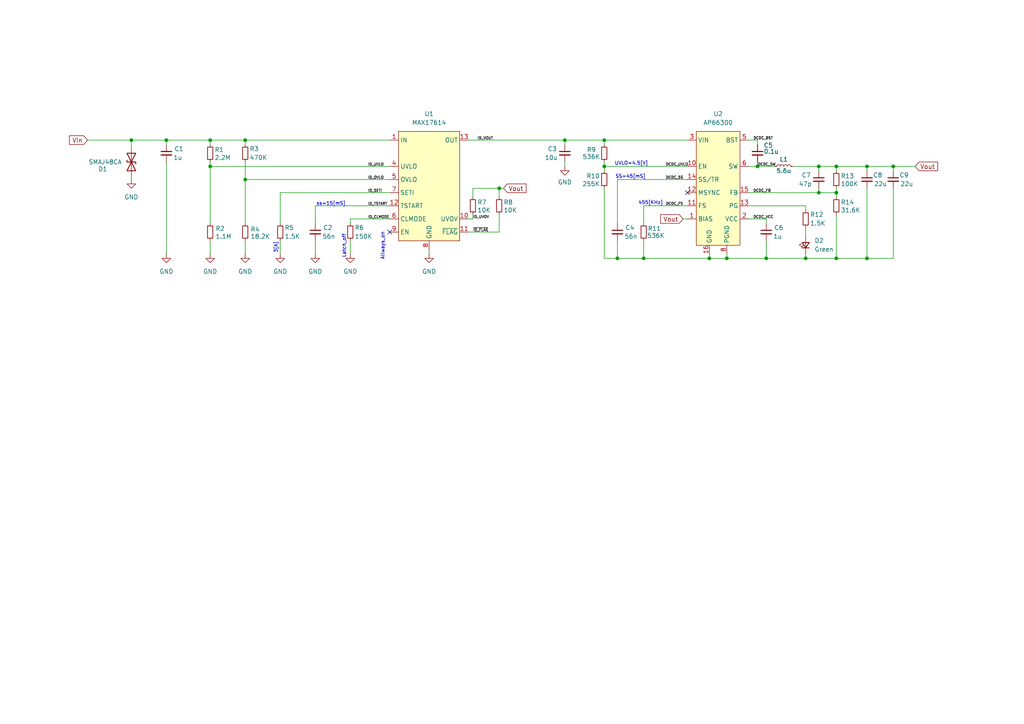
<source format=kicad_sch>
(kicad_sch (version 20231120) (generator "eeschema") (generator_version "8.0")
  (paper "A4")
  (lib_symbols
    (symbol "310_smps_buck:AP66300"
      (property "Reference" "U" (at 0 21.59 0))
      (property "Value" "AP66300" (at 0 19.05 0))
      (symbol "AP66300_1_1"
        (rectangle (start -6.35 17.78) (end 6.35 -15.24) (fill (type background)))
        (pin input line (at -8.89 -7.62 0) (length 2.54) (name "BIAS") (number "1"))
        (pin input line (at -8.89 7.62 0) (length 2.54) (name "EN") (number "10"))
        (pin input line (at -8.89 -3.81 0) (length 2.54) (name "FS") (number "11"))
        (pin input line (at -8.89 0 0) (length 2.54) (name "MSYNC") (number "12"))
        (pin output line (at 8.89 -3.81 180) (length 2.54) (name "PG") (number "13"))
        (pin input line (at -8.89 3.81 0) (length 2.54) (name "SS/TR") (number "14"))
        (pin input line (at 8.89 0 180) (length 2.54) (name "FB") (number "15"))
        (pin power_in line (at -2.54 -17.78 90) (length 2.54) (name "GND") (number "16"))
        (pin power_out line (at 8.89 -7.62 180) (length 2.54) (name "VCC") (number "2"))
        (pin power_in line (at -8.89 15.24 0) (length 2.54) (name "VIN") (number "3"))
        (pin power_in line (at -8.89 15.24 0) (length 2.54) hide (name "VIN") (number "4"))
        (pin power_in line (at 8.89 15.24 180) (length 2.54) (name "BST") (number "5"))
        (pin power_out line (at 8.89 7.62 180) (length 2.54) (name "SW") (number "6"))
        (pin power_out line (at 8.89 7.62 180) (length 2.54) hide (name "SW") (number "7"))
        (pin power_in line (at 2.54 -17.78 90) (length 2.54) (name "PGND") (number "8"))
        (pin power_in line (at 2.54 -17.78 90) (length 2.54) hide (name "PGND") (number "9"))
      )
    )
    (symbol "380_power_protection_ideal_diode:MAX17614"
      (property "Reference" "U" (at 0 18.542 0))
      (property "Value" "MAX17614" (at 0.254 15.24 0))
      (symbol "MAX17614_1_1"
        (rectangle (start -8.89 13.97) (end 8.89 -17.78) (fill (type background)))
        (pin power_in line (at -11.43 11.43 0) (length 2.54) (name "IN") (number "1"))
        (pin output line (at 11.43 -11.43 180) (length 2.54) (name "UVOV") (number "10"))
        (pin output line (at 11.43 -15.24 180) (length 2.54) (name "~{FLAG}") (number "11"))
        (pin input line (at -11.43 -7.62 0) (length 2.54) (name "TSTART") (number "12"))
        (pin power_out line (at 11.43 11.43 180) (length 2.54) (name "OUT") (number "13"))
        (pin power_out line (at 11.43 11.43 180) (length 2.54) hide (name "OUT") (number "14"))
        (pin power_out line (at 11.43 11.43 180) (length 2.54) hide (name "OUT") (number "15"))
        (pin no_connect line (at 6.35 -17.78 0) (length 2.54) hide (name "N.C") (number "16"))
        (pin no_connect line (at 6.35 -17.78 0) (length 2.54) hide (name "N.C") (number "17"))
        (pin no_connect line (at 6.35 -17.78 0) (length 2.54) hide (name "N.C") (number "18"))
        (pin no_connect line (at 6.35 -17.78 0) (length 2.54) hide (name "N.C") (number "19"))
        (pin power_in line (at -11.43 11.43 0) (length 2.54) hide (name "IN") (number "2"))
        (pin no_connect line (at 6.35 -17.78 0) (length 2.54) hide (name "N.C") (number "20"))
        (pin power_in line (at 0 -20.32 90) (length 2.54) hide (name "GND") (number "21"))
        (pin power_in line (at -11.43 11.43 0) (length 2.54) hide (name "IN") (number "3"))
        (pin input line (at -11.43 3.81 0) (length 2.54) (name "UVLO") (number "4"))
        (pin input line (at -11.43 0 0) (length 2.54) (name "OVLO") (number "5"))
        (pin input line (at -11.43 -11.43 0) (length 2.54) (name "CLMODE") (number "6"))
        (pin input line (at -11.43 -3.81 0) (length 2.54) (name "SETI") (number "7"))
        (pin power_in line (at 0 -20.32 90) (length 2.54) (name "GND") (number "8"))
        (pin input line (at -11.43 -15.24 0) (length 2.54) (name "EN") (number "9"))
      )
    )
    (symbol "Device:C_Small" (pin_numbers hide) (pin_names (offset 0.254) hide)
      (property "Reference" "C" (at 0.254 1.778 0))
      (property "Value" "C_Small" (at 0.254 -2.032 0))
      (symbol "C_Small_0_1"
        (polyline (pts (xy -1.524 -0.508) (xy 1.524 -0.508)) (stroke (width 0.3302)))
        (polyline (pts (xy -1.524 0.508) (xy 1.524 0.508)) (stroke (width 0.3048)))
      )
      (symbol "C_Small_1_1"
        (pin passive line (at 0 2.54 270) (length 2.032) (name "~") (number "1"))
        (pin passive line (at 0 -2.54 90) (length 2.032) (name "~") (number "2"))
      )
    )
    (symbol "Device:D_TVS" (pin_numbers hide) (pin_names (offset 1.016) hide)
      (property "Reference" "D" (at 0 2.54 0))
      (property "Value" "D_TVS" (at 0 -2.54 0))
      (symbol "D_TVS_0_1"
        (polyline (pts (xy 1.27 0) (xy -1.27 0)))
        (polyline (pts (xy 0.508 1.27) (xy 0 1.27) (xy 0 -1.27) (xy -0.508 -1.27)) (stroke (width 0.254)))
        (polyline (pts (xy -2.54 1.27) (xy -2.54 -1.27) (xy 2.54 1.27) (xy 2.54 -1.27) (xy -2.54 1.27)) (stroke (width 0.254)))
      )
      (symbol "D_TVS_1_1"
        (pin passive line (at -3.81 0 0) (length 2.54) (name "A1") (number "1"))
        (pin passive line (at 3.81 0 180) (length 2.54) (name "A2") (number "2"))
      )
    )
    (symbol "Device:LED_Small" (pin_numbers hide) (pin_names (offset 0.254) hide)
      (property "Reference" "D" (at -1.27 3.175 0))
      (property "Value" "LED_Small" (at -4.445 -2.54 0))
      (symbol "LED_Small_0_1"
        (polyline (pts (xy -0.762 -1.016) (xy -0.762 1.016)) (stroke (width 0.254)))
        (polyline (pts (xy 1.016 0) (xy -0.762 0)))
        (polyline (pts (xy 0.762 -1.016) (xy -0.762 0) (xy 0.762 1.016) (xy 0.762 -1.016)) (stroke (width 0.254)))
        (polyline (pts (xy 0 0.762) (xy -0.508 1.27) (xy -0.254 1.27) (xy -0.508 1.27) (xy -0.508 1.016)))
        (polyline (pts (xy 0.508 1.27) (xy 0 1.778) (xy 0.254 1.778) (xy 0 1.778) (xy 0 1.524)))
      )
      (symbol "LED_Small_1_1"
        (pin passive line (at -2.54 0 0) (length 1.778) (name "K") (number "1"))
        (pin passive line (at 2.54 0 180) (length 1.778) (name "A") (number "2"))
      )
    )
    (symbol "Device:L_Small" (pin_numbers hide) (pin_names (offset 0.254) hide)
      (property "Reference" "L" (at 0.762 1.016 0))
      (property "Value" "L_Small" (at 0.762 -1.016 0))
      (symbol "L_Small_0_1"
        (arc (start 0 -2.032) (mid 0.5058 -1.524) (end 0 -1.016))
        (arc (start 0 -1.016) (mid 0.5058 -0.508) (end 0 0))
        (arc (start 0 0) (mid 0.5058 0.508) (end 0 1.016))
        (arc (start 0 1.016) (mid 0.5058 1.524) (end 0 2.032))
      )
      (symbol "L_Small_1_1"
        (pin passive line (at 0 2.54 270) (length 0.508) (name "~") (number "1"))
        (pin passive line (at 0 -2.54 90) (length 0.508) (name "~") (number "2"))
      )
    )
    (symbol "Device:R_Small" (pin_numbers hide) (pin_names (offset 0.254) hide)
      (property "Reference" "R" (at 0.762 0.508 0))
      (property "Value" "R_Small" (at 0.762 -1.016 0))
      (symbol "R_Small_0_1"
        (rectangle (start -0.762 1.778) (end 0.762 -1.778) (stroke (width 0.2032)))
      )
      (symbol "R_Small_1_1"
        (pin passive line (at 0 2.54 270) (length 0.762) (name "~") (number "1"))
        (pin passive line (at 0 -2.54 90) (length 0.762) (name "~") (number "2"))
      )
    )
    (symbol "power:GND" (power) (pin_numbers hide) (pin_names (offset 0) hide)
      (property "Value" "GND" (at 0 -3.81 0))
      (symbol "GND_0_1"
        (polyline (pts (xy 0 0) (xy 0 -1.27) (xy 1.27 -1.27) (xy 0 -2.54) (xy -1.27 -1.27) (xy 0 -1.27)))
      )
      (symbol "GND_1_1"
        (pin power_in line (at 0 0 270) (length 0) (name "~") (number "1"))
      )
    )
  )
  (junction (at 242.57 55.88))
  (junction (at 179.07 74.93))
  (junction (at 186.69 74.93))
  (junction (at 48.26 40.64))
  (junction (at 210.82 74.93))
  (junction (at 175.26 40.64))
  (junction (at 144.78 54.61))
  (junction (at 251.46 48.26))
  (junction (at 259.08 48.26))
  (junction (at 71.12 52.07))
  (junction (at 242.57 48.26))
  (junction (at 251.46 74.93))
  (junction (at 60.96 48.26))
  (junction (at 38.1 40.64))
  (junction (at 237.49 48.26))
  (junction (at 237.49 55.88))
  (junction (at 71.12 40.64))
  (junction (at 233.68 74.93))
  (junction (at 242.57 74.93))
  (junction (at 175.26 48.26))
  (junction (at 222.25 74.93))
  (junction (at 205.74 74.93))
  (junction (at 60.96 40.64))
  (junction (at 163.83 40.64))
  (junction (at 219.71 48.26))
  (no_connect (at 113.03 67.31))
  (no_connect (at 199.39 55.88))
  (wire (pts (xy 71.12 52.07) (xy 71.12 64.77)))
  (wire (pts (xy 186.69 59.69) (xy 199.39 59.69)))
  (wire (pts (xy 175.26 46.99) (xy 175.26 48.26)))
  (wire (pts (xy 251.46 74.93) (xy 242.57 74.93)))
  (wire (pts (xy 101.6 63.5) (xy 101.6 64.77)))
  (wire (pts (xy 237.49 55.88) (xy 237.49 54.61)))
  (wire (pts (xy 237.49 48.26) (xy 237.49 49.53)))
  (wire (pts (xy 217.17 59.69) (xy 233.68 59.69)))
  (wire (pts (xy 48.26 40.64) (xy 48.26 41.91)))
  (wire (pts (xy 175.26 74.93) (xy 179.07 74.93)))
  (wire (pts (xy 137.16 57.15) (xy 137.16 54.61)))
  (wire (pts (xy 124.46 72.39) (xy 124.46 73.66)))
  (wire (pts (xy 251.46 74.93) (xy 259.08 74.93)))
  (wire (pts (xy 48.26 40.64) (xy 60.96 40.64)))
  (wire (pts (xy 186.69 69.85) (xy 186.69 74.93)))
  (wire (pts (xy 198.12 63.5) (xy 199.39 63.5)))
  (wire (pts (xy 217.17 63.5) (xy 222.25 63.5)))
  (wire (pts (xy 81.28 55.88) (xy 81.28 64.77)))
  (wire (pts (xy 259.08 54.61) (xy 259.08 74.93)))
  (wire (pts (xy 259.08 48.26) (xy 265.43 48.26)))
  (wire (pts (xy 222.25 74.93) (xy 222.25 69.85)))
  (wire (pts (xy 229.87 48.26) (xy 237.49 48.26)))
  (wire (pts (xy 91.44 59.69) (xy 91.44 64.77)))
  (wire (pts (xy 60.96 40.64) (xy 60.96 41.91)))
  (wire (pts (xy 179.07 52.07) (xy 199.39 52.07)))
  (wire (pts (xy 179.07 69.85) (xy 179.07 74.93)))
  (wire (pts (xy 144.78 54.61) (xy 146.05 54.61)))
  (wire (pts (xy 163.83 40.64) (xy 175.26 40.64)))
  (wire (pts (xy 163.83 40.64) (xy 163.83 41.91)))
  (wire (pts (xy 60.96 69.85) (xy 60.96 73.66)))
  (wire (pts (xy 179.07 74.93) (xy 186.69 74.93)))
  (wire (pts (xy 81.28 55.88) (xy 113.03 55.88)))
  (wire (pts (xy 219.71 48.26) (xy 224.79 48.26)))
  (wire (pts (xy 219.71 46.99) (xy 219.71 48.26)))
  (wire (pts (xy 175.26 49.53) (xy 175.26 48.26)))
  (wire (pts (xy 144.78 67.31) (xy 144.78 62.23)))
  (wire (pts (xy 233.68 59.69) (xy 233.68 60.96)))
  (wire (pts (xy 101.6 63.5) (xy 113.03 63.5)))
  (wire (pts (xy 237.49 55.88) (xy 242.57 55.88)))
  (wire (pts (xy 137.16 63.5) (xy 137.16 62.23)))
  (wire (pts (xy 175.26 48.26) (xy 199.39 48.26)))
  (wire (pts (xy 137.16 54.61) (xy 144.78 54.61)))
  (wire (pts (xy 38.1 40.64) (xy 38.1 43.18)))
  (wire (pts (xy 60.96 48.26) (xy 113.03 48.26)))
  (wire (pts (xy 71.12 46.99) (xy 71.12 52.07)))
  (wire (pts (xy 175.26 40.64) (xy 199.39 40.64)))
  (wire (pts (xy 233.68 66.04) (xy 233.68 68.58)))
  (wire (pts (xy 259.08 48.26) (xy 259.08 49.53)))
  (wire (pts (xy 251.46 48.26) (xy 259.08 48.26)))
  (wire (pts (xy 222.25 63.5) (xy 222.25 64.77)))
  (wire (pts (xy 71.12 40.64) (xy 71.12 41.91)))
  (wire (pts (xy 71.12 40.64) (xy 113.03 40.64)))
  (wire (pts (xy 91.44 59.69) (xy 113.03 59.69)))
  (wire (pts (xy 186.69 74.93) (xy 205.74 74.93)))
  (wire (pts (xy 135.89 63.5) (xy 137.16 63.5)))
  (wire (pts (xy 179.07 52.07) (xy 179.07 64.77)))
  (wire (pts (xy 48.26 46.99) (xy 48.26 73.66)))
  (wire (pts (xy 205.74 73.66) (xy 205.74 74.93)))
  (wire (pts (xy 101.6 69.85) (xy 101.6 73.66)))
  (wire (pts (xy 251.46 54.61) (xy 251.46 74.93)))
  (wire (pts (xy 175.26 54.61) (xy 175.26 74.93)))
  (wire (pts (xy 175.26 40.64) (xy 175.26 41.91)))
  (wire (pts (xy 38.1 40.64) (xy 48.26 40.64)))
  (wire (pts (xy 237.49 48.26) (xy 242.57 48.26)))
  (wire (pts (xy 71.12 69.85) (xy 71.12 73.66)))
  (wire (pts (xy 205.74 74.93) (xy 210.82 74.93)))
  (wire (pts (xy 71.12 52.07) (xy 113.03 52.07)))
  (wire (pts (xy 38.1 50.8) (xy 38.1 52.07)))
  (wire (pts (xy 135.89 67.31) (xy 144.78 67.31)))
  (wire (pts (xy 60.96 46.99) (xy 60.96 48.26)))
  (wire (pts (xy 186.69 59.69) (xy 186.69 64.77)))
  (wire (pts (xy 219.71 40.64) (xy 219.71 41.91)))
  (wire (pts (xy 217.17 55.88) (xy 237.49 55.88)))
  (wire (pts (xy 91.44 69.85) (xy 91.44 73.66)))
  (wire (pts (xy 242.57 62.23) (xy 242.57 74.93)))
  (wire (pts (xy 71.12 40.64) (xy 60.96 40.64)))
  (wire (pts (xy 251.46 48.26) (xy 251.46 49.53)))
  (wire (pts (xy 81.28 69.85) (xy 81.28 73.66)))
  (wire (pts (xy 242.57 55.88) (xy 242.57 57.15)))
  (wire (pts (xy 210.82 73.66) (xy 210.82 74.93)))
  (wire (pts (xy 242.57 74.93) (xy 233.68 74.93)))
  (wire (pts (xy 144.78 54.61) (xy 144.78 57.15)))
  (wire (pts (xy 135.89 40.64) (xy 163.83 40.64)))
  (wire (pts (xy 163.83 46.99) (xy 163.83 48.26)))
  (wire (pts (xy 233.68 74.93) (xy 222.25 74.93)))
  (wire (pts (xy 242.57 55.88) (xy 242.57 54.61)))
  (wire (pts (xy 233.68 73.66) (xy 233.68 74.93)))
  (wire (pts (xy 210.82 74.93) (xy 222.25 74.93)))
  (wire (pts (xy 242.57 48.26) (xy 242.57 49.53)))
  (wire (pts (xy 25.4 40.64) (xy 38.1 40.64)))
  (wire (pts (xy 217.17 40.64) (xy 219.71 40.64)))
  (wire (pts (xy 60.96 48.26) (xy 60.96 64.77)))
  (wire (pts (xy 217.17 48.26) (xy 219.71 48.26)))
  (wire (pts (xy 242.57 48.26) (xy 251.46 48.26)))
  (text "Latch_off" (at 99.822 71.374 90) (effects (font (size 1 1))))
  (text "ss=15[mS]" (at 96.012 59.182 0) (effects (font (size 1 1))))
  (text "455[KHz]" (at 188.722 58.928 0) (effects (font (size 1 1))))
  (text "SS=45[mS]" (at 182.88 51.308 0) (effects (font (size 1 1))))
  (text "Allways_on" (at 110.998 71.374 90) (effects (font (size 1 1))))
  (text "UVLO=4.5[V]" (at 183.134 47.498 0) (effects (font (size 1 1))))
  (text "3[A]" (at 80.01 71.882 90) (effects (font (size 1 1))))
  (label "DCDC_SS" (at 193.04 52.07 0) (effects (font (size 0.75 0.75))))
  (label "ID_UVOV" (at 137.16 63.5 0) (effects (font (size 0.75 0.75))))
  (label "~{ID_FLAG}" (at 137.16 67.31 0) (effects (font (size 0.75 0.75))))
  (label "DCDC_UVLO" (at 193.04 48.26 0) (effects (font (size 0.75 0.75))))
  (label "ID_VOUT" (at 138.43 40.64 0) (effects (font (size 0.75 0.75))))
  (label "DCDC_FB" (at 218.44 55.88 0) (effects (font (size 0.75 0.75))))
  (label "DCDC_VCC" (at 218.44 63.5 0) (effects (font (size 0.75 0.75))))
  (label "ID_OVLO" (at 106.68 52.07 0) (effects (font (size 0.75 0.75))))
  (label "DCDC_BST" (at 218.44 40.64 0) (effects (font (size 0.75 0.75))))
  (label "ID_UVLO" (at 106.68 48.26 0) (effects (font (size 0.75 0.75))))
  (label "DCDC_SW" (at 219.71 48.26 0) (effects (font (size 0.75 0.75))))
  (label "ID_CLMODE" (at 106.68 63.5 0) (effects (font (size 0.75 0.75))))
  (label "ID_SETI" (at 106.68 55.88 0) (effects (font (size 0.75 0.75))))
  (label "ID_TSTART" (at 106.68 59.69 0) (effects (font (size 0.75 0.75))))
  (label "DCDC_FS" (at 193.04 59.69 0) (effects (font (size 0.75 0.75))))
  (global_label "Vout" (shape input) (at 265.43 48.26 0) (property "Intersheetrefs" "${INTERSHEET_REFS}" (effects (hide yes))))
  (global_label "Vout" (shape input) (at 146.05 54.61 0) (property "Intersheetrefs" "${INTERSHEET_REFS}" (effects (hide yes))))
  (global_label "Vout" (shape input) (at 198.12 63.5 180) (property "Intersheetrefs" "${INTERSHEET_REFS}" (effects (hide yes))))
  (global_label "Vin" (shape input) (at 25.4 40.64 180) (property "Intersheetrefs" "${INTERSHEET_REFS}" (effects (hide yes))))
  (symbol (lib_id "Device:D_TVS") (at 38.1 46.99 90) (unit 1)
    (property "Reference" "D1" (at 28.448 49.022 90) (effects (justify right)))
    (property "Value" "SMAJ48CA" (at 25.654 46.99 90) (effects (justify right)))
    (property "Footprint" "Diode_SMD:D_SMA" (effects (hide yes)))
    (property "Datasheet" "https://www.diodes.com/assets/Datasheets/SMAJ5.0CA-SMAJ200CA.pdf" (effects (hide yes)))
    (property "Description" "Bidirectional transient-voltage-suppression diode" (effects (hide yes)))
    (property "Man" "Diodes" (effects (hide yes)))
    (property "Man_No" "SMAJ48CA-13-F " (effects (hide yes)))
    (property "Disti" "Mouser" (effects (hide yes)))
    (property "Disti_No" "621-SMAJ48CA-13-F" (effects (hide yes)))
  )
  (symbol (lib_id "Device:C_Small") (at 219.71 44.45 0) (unit 1)
    (property "Reference" "C5" (at 221.488 42.164 0) (effects (justify left)))
    (property "Value" "0.1u" (at 221.488 43.942 0) (effects (justify left)))
    (property "Footprint" "Capacitor_SMD:C_0603_1608Metric" (effects (hide yes)))
    (property "Description" "Unpolarized capacitor, small symbol" (effects (hide yes)))
    (property "Man" "Kyocera" (effects (hide yes)))
    (property "Man_No" "KAM15BR72A104KT " (effects (hide yes)))
    (property "Disti" "Mouser" (effects (hide yes)))
    (property "Disti_No" "KAM15BR72A104KT " (effects (hide yes)))
  )
  (symbol (lib_id "Device:R_Small") (at 242.57 52.07 0) (unit 1)
    (property "Reference" "R13" (at 243.84 51.054 0) (effects (justify left)))
    (property "Value" "100K" (at 243.84 53.34 0) (effects (justify left)))
    (property "Footprint" "Resistor_SMD:R_0603_1608Metric" (effects (hide yes)))
    (property "Description" "Resistor, small symbol" (effects (hide yes)))
    (property "Man" "Panasonic" (effects (hide yes)))
    (property "Man_No" "ERJ-3EKF1003V" (effects (hide yes)))
    (property "Disti" "Mouser" (effects (hide yes)))
    (property "Disti_No" "667-ERJ-3EKF1003V" (effects (hide yes)))
  )
  (symbol (lib_id "Device:C_Small") (at 48.26 44.45 0) (unit 1)
    (property "Reference" "C1" (at 50.546 43.18 0) (effects (justify left)))
    (property "Value" "1u" (at 50.292 45.72 0) (effects (justify left)))
    (property "Footprint" "Capacitor_SMD:C_0603_1608Metric" (effects (hide yes)))
    (property "Description" "Unpolarized capacitor, small symbol" (effects (hide yes)))
    (property "Man" "Murata " (effects (hide yes)))
    (property "Man_No" "GRM188D72A105KE01J" (effects (hide yes)))
    (property "Disti" "Mouser" (effects (hide yes)))
    (property "Disti_No" "81-GRM188D72A105KE1J" (effects (hide yes)))
  )
  (symbol (lib_id "Device:R_Small") (at 60.96 67.31 0) (unit 1)
    (property "Reference" "R2" (at 62.484 66.294 0) (effects (justify left)))
    (property "Value" "1.1M" (at 62.484 68.58 0) (effects (justify left)))
    (property "Footprint" "Resistor_SMD:R_0603_1608Metric" (effects (hide yes)))
    (property "Description" "Resistor, small symbol" (effects (hide yes)))
    (property "Man" "Panasonic" (effects (hide yes)))
    (property "Man_No" "ERJ-PA3J115V" (effects (hide yes)))
    (property "Disti" "Mouser" (effects (hide yes)))
    (property "Disti_No" "667-ERJ-PA3J115V" (effects (hide yes)))
  )
  (symbol (lib_id "Device:C_Small") (at 91.44 67.31 0) (unit 1)
    (property "Reference" "C2" (at 93.726 66.04 0) (effects (justify left)))
    (property "Value" "56n" (at 93.472 68.58 0) (effects (justify left)))
    (property "Footprint" "Capacitor_SMD:C_0603_1608Metric" (effects (hide yes)))
    (property "Description" "Unpolarized capacitor, small symbol" (effects (hide yes)))
    (property "Man" "Yageo" (effects (hide yes)))
    (property "Man_No" "CC0603JX7R0BB563" (effects (hide yes)))
    (property "Disti" "Mouser" (effects (hide yes)))
    (property "Disti_No" "603-CC0603JX7R0BB563" (effects (hide yes)))
  )
  (symbol (lib_id "310_smps_buck:AP66300") (at 208.28 55.88 0) (unit 1)
    (property "Reference" "U2" (at 208.28 33.02 0))
    (property "Value" "AP66300" (at 208.28 35.56 0))
    (property "Footprint" "Package_DFN_QFN:UQFN-16-1EP_4x4mm_P0.65mm_EP2.6x2.6mm" (effects (hide yes)))
    (property "Datasheet" "https://www.diodes.com/assets/Datasheets/AP66300.pdf" (effects (hide yes)))
    (property "Description" "3.8V TO 60V INPUT, 3A LOW IQ SYNCHRONOUS BUCK CONVERTER" (effects (hide yes)))
    (property "Man" "Diodes" (effects (hide yes)))
    (property "Man_No" "3.8V TO 60V INPUT, 3A LOW IQ SYNCHRONOUS BUCK CONVERTER" (effects (hide yes)))
  )
  (symbol (lib_id "Device:R_Small") (at 175.26 44.45 0) (mirror x) (unit 1)
    (property "Reference" "R9" (at 170.18 43.434 0) (effects (justify left)))
    (property "Value" "536K" (at 168.91 45.466 0) (effects (justify left)))
    (property "Footprint" "Resistor_SMD:R_0603_1608Metric" (effects (hide yes)))
    (property "Description" "Resistor, small symbol" (effects (hide yes)))
    (property "Man" "Panasonic" (effects (hide yes)))
    (property "Man_No" "ERJ-3EKF2553V" (effects (hide yes)))
    (property "Disti" "Mouser" (effects (hide yes)))
    (property "Disti_No" "667-ERJ-3EKF5363V" (effects (hide yes)))
  )
  (symbol (lib_id "Device:R_Small") (at 233.68 63.5 0) (unit 1)
    (property "Reference" "R12" (at 234.95 62.23 0) (effects (justify left)))
    (property "Value" "1.5K" (at 234.95 64.77 0) (effects (justify left)))
    (property "Footprint" "Resistor_SMD:R_0603_1608Metric" (effects (hide yes)))
    (property "Description" "Resistor, small symbol" (effects (hide yes)))
    (property "Man" "Panasonic" (effects (hide yes)))
    (property "Man_No" "ERJ-3EKF1501V" (effects (hide yes)))
    (property "Disti" "Mouser" (effects (hide yes)))
    (property "Disti_No" "667-ERJ-3EKF1501V" (effects (hide yes)))
  )
  (symbol (lib_id "Device:C_Small") (at 163.83 44.45 0) (mirror y) (unit 1)
    (property "Reference" "C3" (at 161.544 43.18 0) (effects (justify left)))
    (property "Value" "10u" (at 161.798 45.72 0) (effects (justify left)))
    (property "Footprint" "Capacitor_SMD:C_1210_3225Metric" (effects (hide yes)))
    (property "Description" "Unpolarized capacitor, small symbol" (effects (hide yes)))
    (property "Man" "Murata " (effects (hide yes)))
    (property "Man_No" "GRM32EC72A106ME5L" (effects (hide yes)))
    (property "Disti" "Mouser" (effects (hide yes)))
    (property "Disti_No" "81-GRM32EC72A106ME5L" (effects (hide yes)))
  )
  (symbol (lib_id "power:GND") (at 48.26 73.66 0) (unit 1)
    (property "Reference" "#PWR02" (effects (hide yes)))
    (property "Value" "GND" (at 48.26 78.74 0))
    (property "Description" "Power symbol creates a global label with name \"GND\" , ground" (effects (hide yes)))
  )
  (symbol (lib_id "power:GND") (at 101.6 73.66 0) (unit 1)
    (property "Reference" "#PWR07" (effects (hide yes)))
    (property "Value" "GND" (at 101.6 78.74 0))
    (property "Description" "Power symbol creates a global label with name \"GND\" , ground" (effects (hide yes)))
  )
  (symbol (lib_id "Device:LED_Small") (at 233.68 71.12 90) (unit 1)
    (property "Reference" "D2" (at 236.22 69.7864 90) (effects (justify right)))
    (property "Value" "Green" (at 236.22 72.3264 90) (effects (justify right)))
    (property "Footprint" "LED_SMD:LED_0603_1608Metric" (effects (hide yes)))
    (property "Description" "Light emitting diode, small symbol" (effects (hide yes)))
    (property "Man" "Osram" (effects (hide yes)))
    (property "Man_No" "LT Q39G-Q1OO-25-1" (effects (hide yes)))
    (property "Disti" "Mouser" (effects (hide yes)))
    (property "Disti_No" "720-LTQ39GQ1S22515" (effects (hide yes)))
  )
  (symbol (lib_id "Device:R_Small") (at 60.96 44.45 0) (unit 1)
    (property "Reference" "R1" (at 62.23 43.434 0) (effects (justify left)))
    (property "Value" "2.2M" (at 62.23 45.72 0) (effects (justify left)))
    (property "Footprint" "Resistor_SMD:R_0603_1608Metric" (effects (hide yes)))
    (property "Description" "Resistor, small symbol" (effects (hide yes)))
    (property "Man" "Panasonic" (effects (hide yes)))
    (property "Man_No" "ERJ-U03J225V" (effects (hide yes)))
    (property "Disti" "Mouser" (effects (hide yes)))
    (property "Disti_No" "667-ERJ-U03J225V" (effects (hide yes)))
  )
  (symbol (lib_id "Device:C_Small") (at 259.08 52.07 0) (unit 1)
    (property "Reference" "C9" (at 260.858 50.8 0) (effects (justify left)))
    (property "Value" "22u" (at 261.112 53.34 0) (effects (justify left)))
    (property "Footprint" "Capacitor_SMD:C_0603_1608Metric" (effects (hide yes)))
    (property "Description" "Unpolarized capacitor, small symbol" (effects (hide yes)))
    (property "Man" "Murata" (effects (hide yes)))
    (property "Man_No" "GRM21BR61E226ME44K" (effects (hide yes)))
    (property "Disti" "Mouser" (effects (hide yes)))
    (property "Disti_No" "81-GRM21BR61E226ME44K" (effects (hide yes)))
  )
  (symbol (lib_id "power:GND") (at 71.12 73.66 0) (unit 1)
    (property "Reference" "#PWR04" (effects (hide yes)))
    (property "Value" "GND" (at 71.12 78.74 0))
    (property "Description" "Power symbol creates a global label with name \"GND\" , ground" (effects (hide yes)))
  )
  (symbol (lib_id "Device:R_Small") (at 186.69 67.31 0) (mirror y) (unit 1)
    (property "Reference" "R11" (at 191.77 66.294 0) (effects (justify left)))
    (property "Value" "536K" (at 192.786 68.326 0) (effects (justify left)))
    (property "Footprint" "Resistor_SMD:R_0603_1608Metric" (effects (hide yes)))
    (property "Description" "Resistor, small symbol" (effects (hide yes)))
    (property "Man" "Panasonic" (effects (hide yes)))
    (property "Man_No" "ERJ-3EKF5363V" (effects (hide yes)))
    (property "Disti" "Mouser" (effects (hide yes)))
    (property "Disti_No" "667-ERJ-3EKF5363V" (effects (hide yes)))
  )
  (symbol (lib_id "Device:R_Small") (at 144.78 59.69 0) (unit 1)
    (property "Reference" "R8" (at 146.05 58.674 0) (effects (justify left)))
    (property "Value" "10K" (at 146.05 60.96 0) (effects (justify left)))
    (property "Footprint" "Resistor_SMD:R_0603_1608Metric" (effects (hide yes)))
    (property "Description" "Resistor, small symbol" (effects (hide yes)))
    (property "Man" "Panasonic" (effects (hide yes)))
    (property "Man_No" "ERJ-3EKF1002V" (effects (hide yes)))
    (property "Disti" "Mouser" (effects (hide yes)))
    (property "Disti_No" "667-ERJ-3EKF1002V" (effects (hide yes)))
  )
  (symbol (lib_id "Device:C_Small") (at 179.07 67.31 0) (unit 1)
    (property "Reference" "C4" (at 181.356 66.04 0) (effects (justify left)))
    (property "Value" "56n" (at 181.102 68.58 0) (effects (justify left)))
    (property "Footprint" "Capacitor_SMD:C_0603_1608Metric" (effects (hide yes)))
    (property "Description" "Unpolarized capacitor, small symbol" (effects (hide yes)))
    (property "Man" "Yageo" (effects (hide yes)))
    (property "Man_No" "CC0603JX7R0BB563" (effects (hide yes)))
    (property "Disti" "Mouser" (effects (hide yes)))
    (property "Disti_No" "603-CC0603JX7R0BB563" (effects (hide yes)))
  )
  (symbol (lib_id "380_power_protection_ideal_diode:MAX17614") (at 124.46 52.07 0) (unit 1)
    (property "Reference" "U1" (at 124.46 33.02 0))
    (property "Value" "MAX17614" (at 124.46 35.56 0))
    (property "Footprint" "Package_DFN_QFN:TQFN-20-1EP_5x5mm_P0.65mm_EP3.25x3.25mm" (effects (hide yes)))
    (property "Datasheet" "https://www.analog.com/media/en/technical-documentation/data-sheets/max17614.pdf" (effects (hide yes)))
    (property "Description" "4.5V to 60V, 3A, Ideal Diode/Power Source Selector with Current Limit, UV, OV Protection" (effects (hide yes)))
    (property "Man" "ADI" (effects (hide yes)))
    (property "Man_No" "MAX17614" (effects (hide yes)))
    (property "Disti" "Mouser" (effects (hide yes)))
  )
  (symbol (lib_id "Device:R_Small") (at 81.28 67.31 0) (unit 1)
    (property "Reference" "R5" (at 82.55 66.04 0) (effects (justify left)))
    (property "Value" "1.5K" (at 82.55 68.58 0) (effects (justify left)))
    (property "Footprint" "Resistor_SMD:R_0603_1608Metric" (effects (hide yes)))
    (property "Description" "Resistor, small symbol" (effects (hide yes)))
    (property "Man" "Panasonic" (effects (hide yes)))
    (property "Man_No" "ERJ-3EKF1501V" (effects (hide yes)))
    (property "Disti" "Mouser" (effects (hide yes)))
    (property "Disti_No" "667-ERJ-3EKF1501V" (effects (hide yes)))
  )
  (symbol (lib_id "power:GND") (at 124.46 73.66 0) (unit 1)
    (property "Reference" "#PWR08" (effects (hide yes)))
    (property "Value" "GND" (at 124.46 78.74 0))
    (property "Description" "Power symbol creates a global label with name \"GND\" , ground" (effects (hide yes)))
  )
  (symbol (lib_id "power:GND") (at 163.83 48.26 0) (unit 1)
    (property "Reference" "#PWR09" (effects (hide yes)))
    (property "Value" "GND" (at 163.83 52.832 0))
    (property "Description" "Power symbol creates a global label with name \"GND\" , ground" (effects (hide yes)))
  )
  (symbol (lib_id "power:GND") (at 60.96 73.66 0) (unit 1)
    (property "Reference" "#PWR03" (effects (hide yes)))
    (property "Value" "GND" (at 60.96 78.74 0))
    (property "Description" "Power symbol creates a global label with name \"GND\" , ground" (effects (hide yes)))
  )
  (symbol (lib_id "power:GND") (at 38.1 52.07 0) (unit 1)
    (property "Reference" "#PWR01" (effects (hide yes)))
    (property "Value" "GND" (at 38.1 57.15 0))
    (property "Description" "Power symbol creates a global label with name \"GND\" , ground" (effects (hide yes)))
  )
  (symbol (lib_id "Device:C_Small") (at 237.49 52.07 0) (mirror y) (unit 1)
    (property "Reference" "C7" (at 235.204 50.8 0) (effects (justify left)))
    (property "Value" "47p" (at 235.458 53.34 0) (effects (justify left)))
    (property "Footprint" "Capacitor_SMD:C_0603_1608Metric" (effects (hide yes)))
    (property "Description" "Unpolarized capacitor, small symbol" (effects (hide yes)))
    (property "Man" "Murata" (effects (hide yes)))
    (property "Man_No" "GCM1885G2A470JA6J" (effects (hide yes)))
    (property "Disti" "Mouser" (effects (hide yes)))
    (property "Disti_No" "81-GCM1885G2A470JA6J" (effects (hide yes)))
  )
  (symbol (lib_id "Device:R_Small") (at 71.12 67.31 0) (unit 1)
    (property "Reference" "R4" (at 72.644 66.548 0) (effects (justify left)))
    (property "Value" "18.2K" (at 72.644 68.58 0) (effects (justify left)))
    (property "Footprint" "Resistor_SMD:R_0603_1608Metric" (effects (hide yes)))
    (property "Description" "Resistor, small symbol" (effects (hide yes)))
    (property "Man" "Panasonic" (effects (hide yes)))
    (property "Man_No" "ERJ-3EKF1822V" (effects (hide yes)))
    (property "Disti" "Mouser" (effects (hide yes)))
    (property "Disti_No" "667-ERJ-3EKF1822V" (effects (hide yes)))
  )
  (symbol (lib_id "power:GND") (at 81.28 73.66 0) (unit 1)
    (property "Reference" "#PWR05" (effects (hide yes)))
    (property "Value" "GND" (at 81.28 78.74 0))
    (property "Description" "Power symbol creates a global label with name \"GND\" , ground" (effects (hide yes)))
  )
  (symbol (lib_id "power:GND") (at 91.44 73.66 0) (unit 1)
    (property "Reference" "#PWR06" (effects (hide yes)))
    (property "Value" "GND" (at 91.44 78.74 0))
    (property "Description" "Power symbol creates a global label with name \"GND\" , ground" (effects (hide yes)))
  )
  (symbol (lib_id "Device:L_Small") (at 227.33 48.26 90) (unit 1)
    (property "Reference" "L1" (at 227.33 46.228 90))
    (property "Value" "5.6u" (at 227.33 49.53 90))
    (property "Footprint" "Inductor_SMD:L_Bourns_SRP5030T" (effects (hide yes)))
    (property "Description" "Inductor, small symbol" (effects (hide yes)))
    (property "Man" "Bourns" (effects (hide yes)))
    (property "Man_No" "SRP5030WA-5R6M" (effects (hide yes)))
    (property "Disti" "Mouser" (effects (hide yes)))
    (property "Disti_No" "652-SRP5030WA-5R6M" (effects (hide yes)))
  )
  (symbol (lib_id "Device:R_Small") (at 175.26 52.07 0) (mirror y) (unit 1)
    (property "Reference" "R10" (at 173.99 51.054 0) (effects (justify left)))
    (property "Value" "255K" (at 173.99 53.34 0) (effects (justify left)))
    (property "Footprint" "Resistor_SMD:R_0603_1608Metric" (effects (hide yes)))
    (property "Description" "Resistor, small symbol" (effects (hide yes)))
    (property "Man" "Panasonic" (effects (hide yes)))
    (property "Man_No" "ERJ-3EKF2553V" (effects (hide yes)))
    (property "Disti" "Mouser" (effects (hide yes)))
    (property "Disti_No" "667-ERJ-3EKF2553V" (effects (hide yes)))
  )
  (symbol (lib_id "Device:R_Small") (at 242.57 59.69 0) (unit 1)
    (property "Reference" "R14" (at 243.84 58.674 0) (effects (justify left)))
    (property "Value" "31.6K" (at 243.84 60.96 0) (effects (justify left)))
    (property "Footprint" "Resistor_SMD:R_0603_1608Metric" (effects (hide yes)))
    (property "Description" "Resistor, small symbol" (effects (hide yes)))
    (property "Man" "Panasonic" (effects (hide yes)))
    (property "Man_No" "ERJ-3EKF3162V" (effects (hide yes)))
    (property "Disti" "Mouser" (effects (hide yes)))
    (property "Disti_No" "667-ERJ-3EKF3162V" (effects (hide yes)))
  )
  (symbol (lib_id "Device:C_Small") (at 251.46 52.07 0) (unit 1)
    (property "Reference" "C8" (at 253.238 50.8 0) (effects (justify left)))
    (property "Value" "22u" (at 253.492 53.34 0) (effects (justify left)))
    (property "Footprint" "Capacitor_SMD:C_0603_1608Metric" (effects (hide yes)))
    (property "Description" "Unpolarized capacitor, small symbol" (effects (hide yes)))
    (property "Man" "Murata" (effects (hide yes)))
    (property "Man_No" "GRM21BR61E226ME44K" (effects (hide yes)))
    (property "Disti" "Mouser" (effects (hide yes)))
    (property "Disti_No" "81-GRM21BR61E226ME44K" (effects (hide yes)))
  )
  (symbol (lib_id "Device:R_Small") (at 137.16 59.69 0) (unit 1)
    (property "Reference" "R7" (at 138.43 58.674 0) (effects (justify left)))
    (property "Value" "10K" (at 138.43 60.96 0) (effects (justify left)))
    (property "Footprint" "Resistor_SMD:R_0603_1608Metric" (effects (hide yes)))
    (property "Description" "Resistor, small symbol" (effects (hide yes)))
    (property "Man" "Panasonic" (effects (hide yes)))
    (property "Man_No" "ERJ-3EKF1002V" (effects (hide yes)))
    (property "Disti" "Mouser" (effects (hide yes)))
    (property "Disti_No" "667-ERJ-3EKF1002V" (effects (hide yes)))
  )
  (symbol (lib_id "Device:R_Small") (at 101.6 67.31 0) (unit 1)
    (property "Reference" "R6" (at 102.87 66.04 0) (effects (justify left)))
    (property "Value" "150K" (at 102.87 68.58 0) (effects (justify left)))
    (property "Footprint" "Resistor_SMD:R_0603_1608Metric" (effects (hide yes)))
    (property "Description" "Resistor, small symbol" (effects (hide yes)))
    (property "Man" "Panasonic" (effects (hide yes)))
    (property "Man_No" "ERJ-3EKF1503V" (effects (hide yes)))
    (property "Disti" "Mouser" (effects (hide yes)))
    (property "Disti_No" "667-ERJ-3EKF1503V" (effects (hide yes)))
  )
  (symbol (lib_id "Device:R_Small") (at 71.12 44.45 0) (unit 1)
    (property "Reference" "R3" (at 72.39 43.18 0) (effects (justify left)))
    (property "Value" "470K" (at 72.39 45.72 0) (effects (justify left)))
    (property "Footprint" "Resistor_SMD:R_0603_1608Metric" (effects (hide yes)))
    (property "Description" "Resistor, small symbol" (effects (hide yes)))
    (property "Man" "Panasonic" (effects (hide yes)))
    (property "Man_No" "ERJ-3EKF4703V" (effects (hide yes)))
    (property "Disti" "Mouser" (effects (hide yes)))
    (property "Disti_No" "667-ERJ-3EKF4703V" (effects (hide yes)))
  )
  (symbol (lib_id "Device:C_Small") (at 222.25 67.31 0) (unit 1)
    (property "Reference" "C6" (at 224.536 66.04 0) (effects (justify left)))
    (property "Value" "1u" (at 224.282 68.58 0) (effects (justify left)))
    (property "Footprint" "Capacitor_SMD:C_0603_1608Metric" (effects (hide yes)))
    (property "Description" "Unpolarized capacitor, small symbol" (effects (hide yes)))
    (property "Man" "Murata " (effects (hide yes)))
    (property "Man_No" "GRM188D72A105KE01J" (effects (hide yes)))
    (property "Disti" "Mouser" (effects (hide yes)))
    (property "Disti_No" "81-GRM188D72A105KE1J" (effects (hide yes)))
  )
)
</source>
